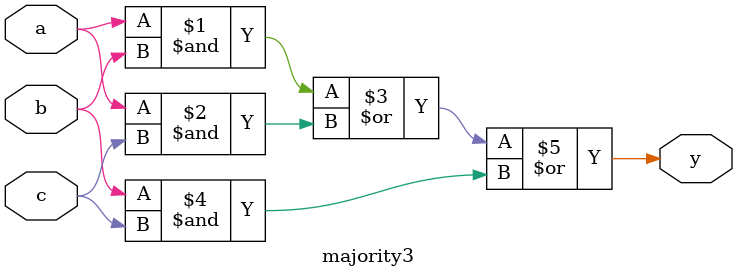
<source format=v>
module majority3 (
    input a,
    input b,
    input c,
    output y
);
  assign y = (a & b) | (a & c) | (b & c);
endmodule

</source>
